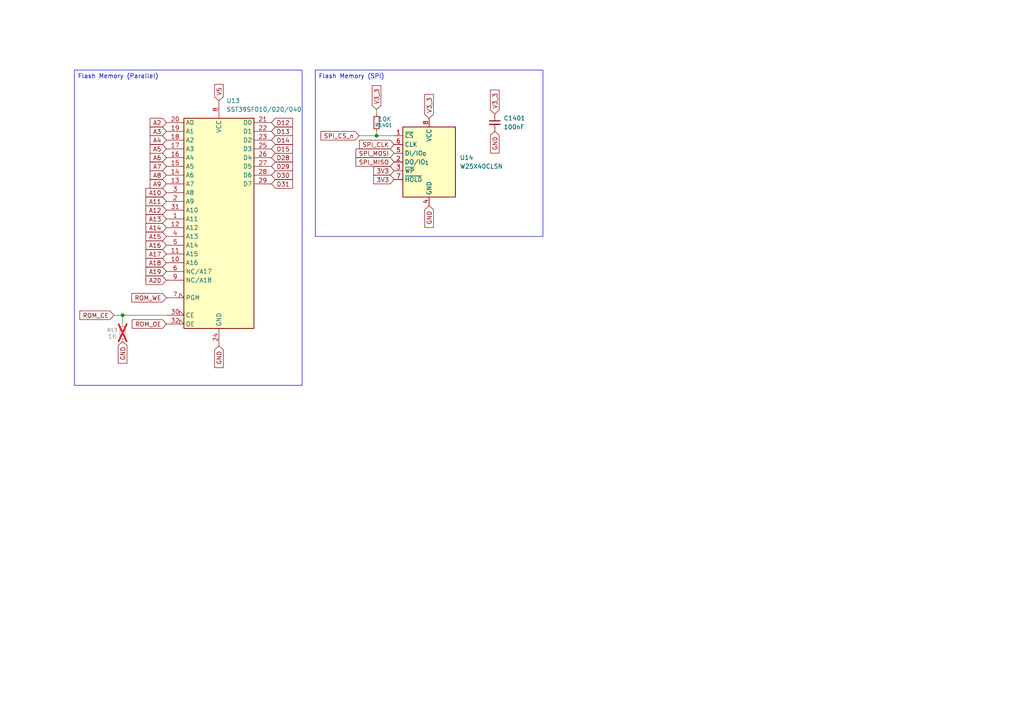
<source format=kicad_sch>
(kicad_sch (version 20250114) (generator "eeschema") (generator_version "9.0")
  (paper "A4")
  (title_block (title "A4092") (rev "PROTO0") (company "amiga.technology"))
  (lib_symbols
    (symbol "39SF010-TSOP:SST39SF010"
      (property "Reference" "U" (at 2.54 33.02 0))
      (property "Value" "SST39SF010/020/040" (at 0 -30.48 0))
      (symbol "SST39SF010_0_1"
        (rectangle (start -10.16 31.75) (end 10.16 -29.21) (stroke (width 0.254)) (fill (type background)))
      )
      (symbol "SST39SF010_1_1"
        (pin input line (at -15.24 30.48 0) (length 5.08) (name "A0") (number "20"))
        (pin input line (at -15.24 27.94 0) (length 5.08) (name "A1") (number "19"))
        (pin input line (at -15.24 25.4 0) (length 5.08) (name "A2") (number "18"))
        (pin input line (at -15.24 22.86 0) (length 5.08) (name "A3") (number "17"))
        (pin input line (at -15.24 20.32 0) (length 5.08) (name "A4") (number "16"))
        (pin input line (at -15.24 17.78 0) (length 5.08) (name "A5") (number "15"))
        (pin input line (at -15.24 15.24 0) (length 5.08) (name "A6") (number "14"))
        (pin input line (at -15.24 12.7 0) (length 5.08) (name "A7") (number "13"))
        (pin input line (at -15.24 10.16 0) (length 5.08) (name "A8") (number "3"))
        (pin input line (at -15.24 7.62 0) (length 5.08) (name "A9") (number "2"))
        (pin input line (at -15.24 5.08 0) (length 5.08) (name "A10") (number "31"))
        (pin input line (at -15.24 2.54 0) (length 5.08) (name "A11") (number "1"))
        (pin input line (at -15.24 0 0) (length 5.08) (name "A12") (number "12"))
        (pin input line (at -15.24 -2.54 0) (length 5.08) (name "A13") (number "4"))
        (pin input line (at -15.24 -5.08 0) (length 5.08) (name "A14") (number "5"))
        (pin input line (at -15.24 -7.62 0) (length 5.08) (name "A15") (number "11"))
        (pin input line (at -15.24 -10.16 0) (length 5.08) (name "A16") (number "10"))
        (pin input line (at -15.24 -12.7 0) (length 5.08) (name "NC/A17") (number "6"))
        (pin input line (at -15.24 -15.24 0) (length 5.08) (name "NC/A18") (number "9"))
        (pin input input_low (at -15.24 -20.32 0) (length 5.08) (name "PGM") (number "7"))
        (pin input input_low (at -15.24 -25.4 0) (length 5.08) (name "CE") (number "30"))
        (pin input input_low (at -15.24 -27.94 0) (length 5.08) (name "OE") (number "32"))
        (pin power_in line (at 0 36.83 270) (length 5.08) (name "VCC") (number "8"))
        (pin power_in line (at 0 -34.29 90) (length 5.08) (name "GND") (number "24"))
        (pin tri_state line (at 15.24 30.48 180) (length 5.08) (name "D0") (number "21"))
        (pin tri_state line (at 15.24 27.94 180) (length 5.08) (name "D1") (number "22"))
        (pin tri_state line (at 15.24 25.4 180) (length 5.08) (name "D2") (number "23"))
        (pin tri_state line (at 15.24 22.86 180) (length 5.08) (name "D3") (number "25"))
        (pin tri_state line (at 15.24 20.32 180) (length 5.08) (name "D4") (number "26"))
        (pin tri_state line (at 15.24 17.78 180) (length 5.08) (name "D5") (number "27"))
        (pin tri_state line (at 15.24 15.24 180) (length 5.08) (name "D6") (number "28"))
        (pin tri_state line (at 15.24 12.7 180) (length 5.08) (name "D7") (number "29"))
      )
    )
    (symbol "Device:C_Small" (pin_numbers (hide yes)) (pin_names (offset 0.254) (hide yes))
      (property "Reference" "C" (at 0.254 1.778 0))
      (property "Value" "C_Small" (at 0.254 -2.032 0))
      (symbol "C_Small_0_1"
        (polyline (pts (xy -1.524 0.508) (xy 1.524 0.508)) (stroke (width 0.3048)))
        (polyline (pts (xy -1.524 -0.508) (xy 1.524 -0.508)) (stroke (width 0.3302)))
      )
      (symbol "C_Small_1_1"
        (pin passive line (at 0 2.54 270) (length 2.032) (name "~") (number "1"))
        (pin passive line (at 0 -2.54 90) (length 2.032) (name "~") (number "2"))
      )
    )
    (symbol "Memory_Flash:W25X40CLSN"
      (property "Reference" "U" (at -7.62 10.668 0))
      (property "Value" "W25X40CLSN" (at 2.54 10.668 0))
      (symbol "W25X40CLSN_0_1"
        (rectangle (start -7.62 10.16) (end 7.62 -10.16) (stroke (width 0.254)) (fill (type background)))
      )
      (symbol "W25X40CLSN_1_1"
        (pin input line (at -10.16 7.62 0) (length 2.54) (name "~{CS}") (number "1"))
        (pin input line (at -10.16 5.08 0) (length 2.54) (name "CLK") (number "6"))
        (pin bidirectional line (at -10.16 2.54 0) (length 2.54) (name "DI/IO_{0}") (number "5"))
        (pin bidirectional line (at -10.16 0 0) (length 2.54) (name "DO/IO_{1}") (number "2"))
        (pin bidirectional line (at -10.16 -2.54 0) (length 2.54) (name "~{WP}") (number "3"))
        (pin bidirectional line (at -10.16 -5.08 0) (length 2.54) (name "~{HOLD}") (number "7"))
        (pin power_in line (at 0 12.7 270) (length 2.54) (name "VCC") (number "8"))
        (pin power_in line (at 0 -12.7 90) (length 2.54) (name "GND") (number "4"))
      )
    )
    (symbol "R_Small_1" (pin_numbers (hide yes)) (pin_names (offset 0.254) (hide yes))
      (property "Reference" "R" (at 0 0 90))
      (property "Value" "R_Small" (at 1.778 0 90))
      (symbol "R_Small_1_0_1"
        (rectangle (start -0.762 1.778) (end 0.762 -1.778) (stroke (width 0.2032)))
      )
      (symbol "R_Small_1_1_1"
        (pin passive line (at 0 2.54 270) (length 0.762) (name "~") (number "1"))
        (pin passive line (at 0 -2.54 90) (length 0.762) (name "~") (number "2"))
      )
    )
  )
  (text_box "Flash Memory (SPI)" (at 91.44 20.32 0) (size 66.04 48.26) (margins 0.9525 0.9525 0.9525 0.9525) (effects (font (size 1.27 1.27)) (justify left top)))
  (text_box "Flash Memory (Parallel)" (at 21.59 20.32 0) (size 66.04 91.44) (margins 0.9525 0.9525 0.9525 0.9525) (effects (font (size 1.27 1.27)) (justify left top)))
  (junction (at 35.56 91.44))
  (junction (at 109.22 39.37))
  (wire (pts (xy 35.56 91.44) (xy 48.26 91.44)))
  (wire (pts (xy 33.02 91.44) (xy 35.56 91.44)))
  (wire (pts (xy 35.56 93.98) (xy 35.56 91.44)))
  (wire (pts (xy 109.22 38.1) (xy 109.22 39.37)))
  (wire (pts (xy 104.14 39.37) (xy 109.22 39.37)))
  (wire (pts (xy 109.22 39.37) (xy 114.3 39.37)))
  (wire (pts (xy 109.22 31.75) (xy 109.22 33.02)))
  (global_label "GND" (shape input) (at 124.46 59.69 270) (property "Intersheetrefs" "${INTERSHEET_REFS}" (effects (hide yes))))
  (global_label "D12" (shape input) (at 78.74 35.56 0) (property "Intersheetrefs" "${INTERSHEET_REFS}" (effects (hide yes))))
  (global_label "D14" (shape input) (at 78.74 40.64 0) (property "Intersheetrefs" "${INTERSHEET_REFS}" (effects (hide yes))))
  (global_label "A6" (shape input) (at 48.26 45.72 180) (property "Intersheetrefs" "${INTERSHEET_REFS}" (effects (hide yes))))
  (global_label "SPI_MOSI" (shape input) (at 114.3 44.45 180) (property "Intersheetrefs" "${INTERSHEET_REFS}" (effects (hide yes))))
  (global_label "GND" (shape input) (at 143.51 38.1 270) (property "Intersheetrefs" "${INTERSHEET_REFS}" (effects (hide yes))))
  (global_label "SPI_CLK" (shape input) (at 114.3 41.91 180) (property "Intersheetrefs" "${INTERSHEET_REFS}" (effects (hide yes))))
  (global_label "A4" (shape input) (at 48.26 40.64 180) (property "Intersheetrefs" "${INTERSHEET_REFS}" (effects (hide yes))))
  (global_label "D28" (shape input) (at 78.74 45.72 0) (property "Intersheetrefs" "${INTERSHEET_REFS}" (effects (hide yes))))
  (global_label "GND" (shape input) (at 63.5 100.33 270) (property "Intersheetrefs" "${INTERSHEET_REFS}" (effects (hide yes))))
  (global_label "D13" (shape input) (at 78.74 38.1 0) (property "Intersheetrefs" "${INTERSHEET_REFS}" (effects (hide yes))))
  (global_label "D29" (shape input) (at 78.74 48.26 0) (property "Intersheetrefs" "${INTERSHEET_REFS}" (effects (hide yes))))
  (global_label "D31" (shape input) (at 78.74 53.34 0) (property "Intersheetrefs" "${INTERSHEET_REFS}" (effects (hide yes))))
  (global_label "A9" (shape input) (at 48.26 53.34 180) (property "Intersheetrefs" "${INTERSHEET_REFS}" (effects (hide yes))))
  (global_label "D15" (shape input) (at 78.74 43.18 0) (property "Intersheetrefs" "${INTERSHEET_REFS}" (effects (hide yes))))
  (global_label "ROM_WE" (shape input) (at 48.26 86.36 180) (property "Intersheetrefs" "${INTERSHEET_REFS}" (effects (hide yes))))
  (global_label "A8" (shape input) (at 48.26 50.8 180) (property "Intersheetrefs" "${INTERSHEET_REFS}" (effects (hide yes))))
  (global_label "A2" (shape input) (at 48.26 35.56 180) (property "Intersheetrefs" "${INTERSHEET_REFS}" (effects (hide yes))))
  (global_label "SPI_CS_n" (shape input) (at 104.14 39.37 180) (property "Intersheetrefs" "${INTERSHEET_REFS}" (effects (hide yes))))
  (global_label "A13" (shape input) (at 48.26 63.5 180) (property "Intersheetrefs" "${INTERSHEET_REFS}" (effects (hide yes))))
  (global_label "A5" (shape input) (at 48.26 43.18 180) (property "Intersheetrefs" "${INTERSHEET_REFS}" (effects (hide yes))))
  (global_label "SPI_MISO" (shape input) (at 114.3 46.99 180) (property "Intersheetrefs" "${INTERSHEET_REFS}" (effects (hide yes))))
  (global_label "A16" (shape input) (at 48.26 71.12 180) (property "Intersheetrefs" "${INTERSHEET_REFS}" (effects (hide yes))))
  (global_label "3V3" (shape input) (at 114.3 52.07 180) (property "Intersheetrefs" "${INTERSHEET_REFS}" (effects (hide yes))))
  (global_label "A20" (shape input) (at 48.26 81.28 180) (property "Intersheetrefs" "${INTERSHEET_REFS}" (effects (hide yes))))
  (global_label "V3_3" (shape input) (at 143.51 33.02 90) (property "Intersheetrefs" "${INTERSHEET_REFS}" (effects (hide yes))))
  (global_label "A10" (shape input) (at 48.26 55.88 180) (property "Intersheetrefs" "${INTERSHEET_REFS}" (effects (hide yes))))
  (global_label "V3_3" (shape input) (at 109.22 31.75 90) (property "Intersheetrefs" "${INTERSHEET_REFS}" (effects (hide yes))))
  (global_label "A11" (shape input) (at 48.26 58.42 180) (property "Intersheetrefs" "${INTERSHEET_REFS}" (effects (hide yes))))
  (global_label "A17" (shape input) (at 48.26 73.66 180) (property "Intersheetrefs" "${INTERSHEET_REFS}" (effects (hide yes))))
  (global_label "ROM_OE" (shape input) (at 48.26 93.98 180) (property "Intersheetrefs" "${INTERSHEET_REFS}" (effects (hide yes))))
  (global_label "D30" (shape input) (at 78.74 50.8 0) (property "Intersheetrefs" "${INTERSHEET_REFS}" (effects (hide yes))))
  (global_label "A3" (shape input) (at 48.26 38.1 180) (property "Intersheetrefs" "${INTERSHEET_REFS}" (effects (hide yes))))
  (global_label "A7" (shape input) (at 48.26 48.26 180) (property "Intersheetrefs" "${INTERSHEET_REFS}" (effects (hide yes))))
  (global_label "ROM_CE" (shape input) (at 33.02 91.44 180) (property "Intersheetrefs" "${INTERSHEET_REFS}" (effects (hide yes))))
  (global_label "A18" (shape input) (at 48.26 76.2 180) (property "Intersheetrefs" "${INTERSHEET_REFS}" (effects (hide yes))))
  (global_label "3V3" (shape input) (at 114.3 49.53 180) (property "Intersheetrefs" "${INTERSHEET_REFS}" (effects (hide yes))))
  (global_label "GND" (shape input) (at 35.56 99.06 270) (property "Intersheetrefs" "${INTERSHEET_REFS}" (effects (hide yes))))
  (global_label "A15" (shape input) (at 48.26 68.58 180) (property "Intersheetrefs" "${INTERSHEET_REFS}" (effects (hide yes))))
  (global_label "V5" (shape input) (at 63.5 29.21 90) (property "Intersheetrefs" "${INTERSHEET_REFS}" (effects (hide yes))))
  (global_label "A19" (shape input) (at 48.26 78.74 180) (property "Intersheetrefs" "${INTERSHEET_REFS}" (effects (hide yes))))
  (global_label "A14" (shape input) (at 48.26 66.04 180) (property "Intersheetrefs" "${INTERSHEET_REFS}" (effects (hide yes))))
  (global_label "V3_3" (shape input) (at 124.46 34.29 90) (property "Intersheetrefs" "${INTERSHEET_REFS}" (effects (hide yes))))
  (global_label "A12" (shape input) (at 48.26 60.96 180) (property "Intersheetrefs" "${INTERSHEET_REFS}" (effects (hide yes))))
  (symbol (lib_id "39SF010-TSOP:SST39SF010") (at 63.5 66.04 0) (unit 1)
    (property "Reference" "U13" (at 65.6433 29.21 0) (effects (justify left)))
    (property "Value" "SST39SF010/020/040" (at 65.6433 31.75 0) (effects (justify left)))
    (property "Footprint" "Package_SO:TSOP-I-32_11.8x8mm_P0.5mm" (effects (hide yes)))
    (property "Datasheet" "https://ww1.microchip.com/downloads/aemDocuments/documents/MPD/ProductDocuments/DataSheets/SST39SF010A-SST39SF020A-SST39SF040-Data-Sheet-DS20005022.pdf" (effects (hide yes)))
    (property "Description" "Silicon Storage Technology (SSF) 128k x 8 Flash ROM" (effects (hide yes)))
    (property "LCSC Part #" "C630569" (effects (hide yes)))
  )
  (symbol (lib_id "Memory_Flash:W25X40CLSN") (at 124.46 46.99 0) (unit 1)
    (property "Reference" "U14" (at 133.35 45.7199 0) (effects (justify left)))
    (property "Value" "W25X40CLSN" (at 133.35 48.2599 0) (effects (justify left)))
    (property "Footprint" "Package_SO:SOIC-8_3.9x4.9mm_P1.27mm" (effects (hide yes)))
    (property "Datasheet" "https://www.winbond.com/resource-files/W25X40CL_G%2020210505.pdf" (effects (hide yes)))
    (property "Description" "4Mbit / 512KiB Serial Flash memory, Standard/Dual I/O SPI, 2.3-3.6V, SOIC-8 (150 mil)" (effects (hide yes)))
  )
  (symbol (lib_id "Device:C_Small") (at 143.51 35.56 0) (unit 1)
    (property "Reference" "C1401" (at 146.05 34.2962 0) (effects (justify left)))
    (property "Value" "100nF" (at 146.05 36.8362 0) (effects (justify left)))
    (property "Footprint" "Capacitor_SMD:C_0603_1608Metric_Pad1.08x0.95mm_HandSolder" (effects (hide yes)))
    (property "Description" "Unpolarized capacitor, small symbol" (effects (hide yes)))
    (property "LCSC Part #" "C14663" (effects (hide yes)))
  )
  (symbol (lib_name "R_Small_1") (lib_id "Device:R_Small") (at 109.22 35.56 180) (unit 1)
    (property "Reference" "R1401" (at 113.792 36.322 0) (effects (font (size 1.016 1.016)) (justify left)))
    (property "Value" "10K" (at 113.538 34.544 0) (effects (justify left)))
    (property "Footprint" "Resistor_SMD:R_0603_1608Metric_Pad0.98x0.95mm_HandSolder" (effects (hide yes)))
    (property "Description" "Resistor, small symbol" (effects (hide yes)))
    (property "LCSC Part #" "C22548" (effects (hide yes)))
  )
  (symbol (lib_name "R_Small_1") (lib_id "Device:R_Small") (at 35.56 96.52 0) (unit 1) (dnp yes)
    (property "Reference" "R13" (at 30.988 95.758 0) (effects (font (size 1.016 1.016)) (justify left)))
    (property "Value" "1K" (at 31.242 97.536 0) (effects (justify left)))
    (property "Footprint" "Resistor_SMD:R_0603_1608Metric_Pad0.98x0.95mm_HandSolder" (effects (hide yes)))
    (property "Description" "Resistor, small symbol" (effects (hide yes)))
    (property "LCSC Part #" "C22548" (effects (hide yes)))
  )
)
</source>
